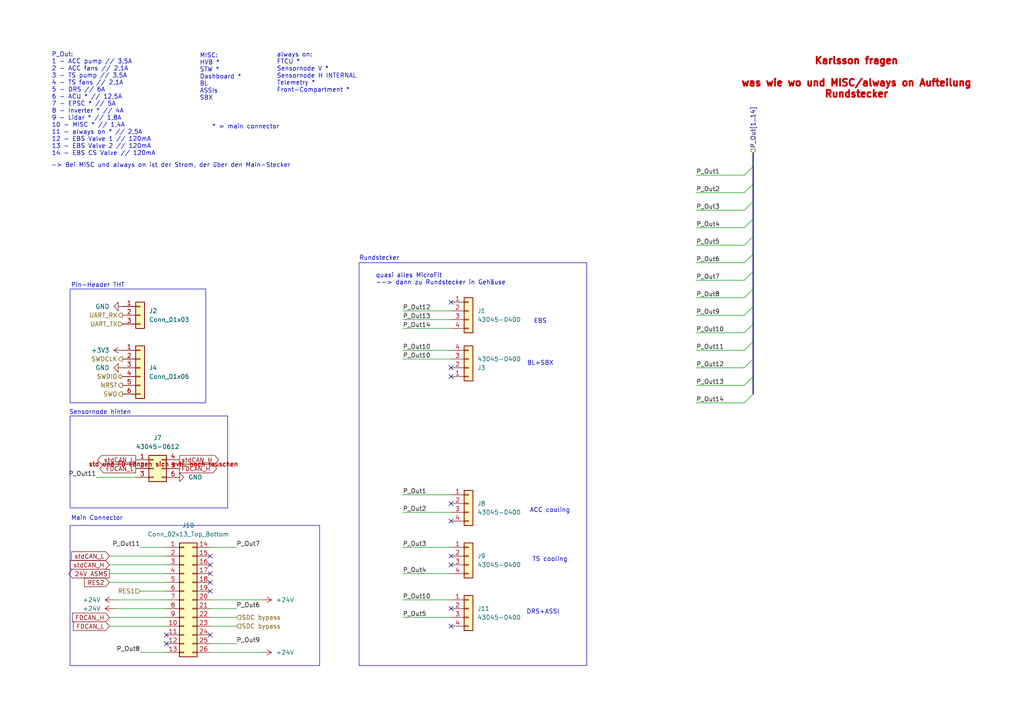
<source format=kicad_sch>
(kicad_sch (version 20231120) (generator "eeschema") (generator_version "8.0")
  (paper "A4")
  (title_block (title "PDU FT25") (date "2024-11-23") (rev "V1.1") (company "Janek Herm") (comment 1 "FaSTTUBe Electronics"))
  (lib_symbols
    (symbol "Connector_Generic:Conn_01x03" (pin_names (offset 1.016) hide)
      (property "Reference" "J" (at 0 5.08 0))
      (property "Value" "Conn_01x03" (at 0 -5.08 0))
      (symbol "Conn_01x03_1_1"
        (rectangle (start -1.27 -2.413) (end 0 -2.667) (stroke (width 0.1524)))
        (rectangle (start -1.27 0.127) (end 0 -0.127) (stroke (width 0.1524)))
        (rectangle (start -1.27 2.667) (end 0 2.413) (stroke (width 0.1524)))
        (rectangle (start -1.27 3.81) (end 1.27 -3.81) (stroke (width 0.254)) (fill (type background)))
        (pin passive line (at -5.08 2.54 0) (length 3.81) (name "Pin_1") (number "1"))
        (pin passive line (at -5.08 0 0) (length 3.81) (name "Pin_2") (number "2"))
        (pin passive line (at -5.08 -2.54 0) (length 3.81) (name "Pin_3") (number "3"))
      )
    )
    (symbol "Connector_Generic:Conn_01x04" (pin_names (offset 1.016) hide)
      (property "Reference" "J" (at 0 5.08 0))
      (property "Value" "Conn_01x04" (at 0 -7.62 0))
      (symbol "Conn_01x04_1_1"
        (rectangle (start -1.27 -4.953) (end 0 -5.207) (stroke (width 0.1524)))
        (rectangle (start -1.27 -2.413) (end 0 -2.667) (stroke (width 0.1524)))
        (rectangle (start -1.27 0.127) (end 0 -0.127) (stroke (width 0.1524)))
        (rectangle (start -1.27 2.667) (end 0 2.413) (stroke (width 0.1524)))
        (rectangle (start -1.27 3.81) (end 1.27 -6.35) (stroke (width 0.254)) (fill (type background)))
        (pin passive line (at -5.08 2.54 0) (length 3.81) (name "Pin_1") (number "1"))
        (pin passive line (at -5.08 0 0) (length 3.81) (name "Pin_2") (number "2"))
        (pin passive line (at -5.08 -2.54 0) (length 3.81) (name "Pin_3") (number "3"))
        (pin passive line (at -5.08 -5.08 0) (length 3.81) (name "Pin_4") (number "4"))
      )
    )
    (symbol "Connector_Generic:Conn_01x06" (pin_names (offset 1.016) hide)
      (property "Reference" "J" (at 0 7.62 0))
      (property "Value" "Conn_01x06" (at 0 -10.16 0))
      (symbol "Conn_01x06_1_1"
        (rectangle (start -1.27 -7.493) (end 0 -7.747) (stroke (width 0.1524)))
        (rectangle (start -1.27 -4.953) (end 0 -5.207) (stroke (width 0.1524)))
        (rectangle (start -1.27 -2.413) (end 0 -2.667) (stroke (width 0.1524)))
        (rectangle (start -1.27 0.127) (end 0 -0.127) (stroke (width 0.1524)))
        (rectangle (start -1.27 2.667) (end 0 2.413) (stroke (width 0.1524)))
        (rectangle (start -1.27 5.207) (end 0 4.953) (stroke (width 0.1524)))
        (rectangle (start -1.27 6.35) (end 1.27 -8.89) (stroke (width 0.254)) (fill (type background)))
        (pin passive line (at -5.08 5.08 0) (length 3.81) (name "Pin_1") (number "1"))
        (pin passive line (at -5.08 2.54 0) (length 3.81) (name "Pin_2") (number "2"))
        (pin passive line (at -5.08 0 0) (length 3.81) (name "Pin_3") (number "3"))
        (pin passive line (at -5.08 -2.54 0) (length 3.81) (name "Pin_4") (number "4"))
        (pin passive line (at -5.08 -5.08 0) (length 3.81) (name "Pin_5") (number "5"))
        (pin passive line (at -5.08 -7.62 0) (length 3.81) (name "Pin_6") (number "6"))
      )
    )
    (symbol "Connector_Generic:Conn_02x03_Top_Bottom" (pin_names (offset 1.016) hide)
      (property "Reference" "J" (at 1.27 5.08 0))
      (property "Value" "Conn_02x03_Top_Bottom" (at 1.27 -5.08 0))
      (symbol "Conn_02x03_Top_Bottom_1_1"
        (rectangle (start -1.27 -2.413) (end 0 -2.667) (stroke (width 0.1524)))
        (rectangle (start -1.27 0.127) (end 0 -0.127) (stroke (width 0.1524)))
        (rectangle (start -1.27 2.667) (end 0 2.413) (stroke (width 0.1524)))
        (rectangle (start -1.27 3.81) (end 3.81 -3.81) (stroke (width 0.254)) (fill (type background)))
        (rectangle (start 3.81 -2.413) (end 2.54 -2.667) (stroke (width 0.1524)))
        (rectangle (start 3.81 0.127) (end 2.54 -0.127) (stroke (width 0.1524)))
        (rectangle (start 3.81 2.667) (end 2.54 2.413) (stroke (width 0.1524)))
        (pin passive line (at -5.08 2.54 0) (length 3.81) (name "Pin_1") (number "1"))
        (pin passive line (at -5.08 0 0) (length 3.81) (name "Pin_2") (number "2"))
        (pin passive line (at -5.08 -2.54 0) (length 3.81) (name "Pin_3") (number "3"))
        (pin passive line (at 7.62 2.54 180) (length 3.81) (name "Pin_4") (number "4"))
        (pin passive line (at 7.62 0 180) (length 3.81) (name "Pin_5") (number "5"))
        (pin passive line (at 7.62 -2.54 180) (length 3.81) (name "Pin_6") (number "6"))
      )
    )
    (symbol "Connector_Generic:Conn_02x13_Top_Bottom" (pin_names (offset 1.016) hide)
      (property "Reference" "J" (at 1.27 17.78 0))
      (property "Value" "Conn_02x13_Top_Bottom" (at 1.27 -17.78 0))
      (symbol "Conn_02x13_Top_Bottom_1_1"
        (rectangle (start -1.27 -15.113) (end 0 -15.367) (stroke (width 0.1524)))
        (rectangle (start -1.27 -12.573) (end 0 -12.827) (stroke (width 0.1524)))
        (rectangle (start -1.27 -10.033) (end 0 -10.287) (stroke (width 0.1524)))
        (rectangle (start -1.27 -7.493) (end 0 -7.747) (stroke (width 0.1524)))
        (rectangle (start -1.27 -4.953) (end 0 -5.207) (stroke (width 0.1524)))
        (rectangle (start -1.27 -2.413) (end 0 -2.667) (stroke (width 0.1524)))
        (rectangle (start -1.27 0.127) (end 0 -0.127) (stroke (width 0.1524)))
        (rectangle (start -1.27 2.667) (end 0 2.413) (stroke (width 0.1524)))
        (rectangle (start -1.27 5.207) (end 0 4.953) (stroke (width 0.1524)))
        (rectangle (start -1.27 7.747) (end 0 7.493) (stroke (width 0.1524)))
        (rectangle (start -1.27 10.287) (end 0 10.033) (stroke (width 0.1524)))
        (rectangle (start -1.27 12.827) (end 0 12.573) (stroke (width 0.1524)))
        (rectangle (start -1.27 15.367) (end 0 15.113) (stroke (width 0.1524)))
        (rectangle (start -1.27 16.51) (end 3.81 -16.51) (stroke (width 0.254)) (fill (type background)))
        (rectangle (start 3.81 -15.113) (end 2.54 -15.367) (stroke (width 0.1524)))
        (rectangle (start 3.81 -12.573) (end 2.54 -12.827) (stroke (width 0.1524)))
        (rectangle (start 3.81 -10.033) (end 2.54 -10.287) (stroke (width 0.1524)))
        (rectangle (start 3.81 -7.493) (end 2.54 -7.747) (stroke (width 0.1524)))
        (rectangle (start 3.81 -4.953) (end 2.54 -5.207) (stroke (width 0.1524)))
        (rectangle (start 3.81 -2.413) (end 2.54 -2.667) (stroke (width 0.1524)))
        (rectangle (start 3.81 0.127) (end 2.54 -0.127) (stroke (width 0.1524)))
        (rectangle (start 3.81 2.667) (end 2.54 2.413) (stroke (width 0.1524)))
        (rectangle (start 3.81 5.207) (end 2.54 4.953) (stroke (width 0.1524)))
        (rectangle (start 3.81 7.747) (end 2.54 7.493) (stroke (width 0.1524)))
        (rectangle (start 3.81 10.287) (end 2.54 10.033) (stroke (width 0.1524)))
        (rectangle (start 3.81 12.827) (end 2.54 12.573) (stroke (width 0.1524)))
        (rectangle (start 3.81 15.367) (end 2.54 15.113) (stroke (width 0.1524)))
        (pin passive line (at -5.08 15.24 0) (length 3.81) (name "Pin_1") (number "1"))
        (pin passive line (at -5.08 -7.62 0) (length 3.81) (name "Pin_10") (number "10"))
        (pin passive line (at -5.08 -10.16 0) (length 3.81) (name "Pin_11") (number "11"))
        (pin passive line (at -5.08 -12.7 0) (length 3.81) (name "Pin_12") (number "12"))
        (pin passive line (at -5.08 -15.24 0) (length 3.81) (name "Pin_13") (number "13"))
        (pin passive line (at 7.62 15.24 180) (length 3.81) (name "Pin_14") (number "14"))
        (pin passive line (at 7.62 12.7 180) (length 3.81) (name "Pin_15") (number "15"))
        (pin passive line (at 7.62 10.16 180) (length 3.81) (name "Pin_16") (number "16"))
        (pin passive line (at 7.62 7.62 180) (length 3.81) (name "Pin_17") (number "17"))
        (pin passive line (at 7.62 5.08 180) (length 3.81) (name "Pin_18") (number "18"))
        (pin passive line (at 7.62 2.54 180) (length 3.81) (name "Pin_19") (number "19"))
        (pin passive line (at -5.08 12.7 0) (length 3.81) (name "Pin_2") (number "2"))
        (pin passive line (at 7.62 0 180) (length 3.81) (name "Pin_20") (number "20"))
        (pin passive line (at 7.62 -2.54 180) (length 3.81) (name "Pin_21") (number "21"))
        (pin passive line (at 7.62 -5.08 180) (length 3.81) (name "Pin_22") (number "22"))
        (pin passive line (at 7.62 -7.62 180) (length 3.81) (name "Pin_23") (number "23"))
        (pin passive line (at 7.62 -10.16 180) (length 3.81) (name "Pin_24") (number "24"))
        (pin passive line (at 7.62 -12.7 180) (length 3.81) (name "Pin_25") (number "25"))
        (pin passive line (at 7.62 -15.24 180) (length 3.81) (name "Pin_26") (number "26"))
        (pin passive line (at -5.08 10.16 0) (length 3.81) (name "Pin_3") (number "3"))
        (pin passive line (at -5.08 7.62 0) (length 3.81) (name "Pin_4") (number "4"))
        (pin passive line (at -5.08 5.08 0) (length 3.81) (name "Pin_5") (number "5"))
        (pin passive line (at -5.08 2.54 0) (length 3.81) (name "Pin_6") (number "6"))
        (pin passive line (at -5.08 0 0) (length 3.81) (name "Pin_7") (number "7"))
        (pin passive line (at -5.08 -2.54 0) (length 3.81) (name "Pin_8") (number "8"))
        (pin passive line (at -5.08 -5.08 0) (length 3.81) (name "Pin_9") (number "9"))
      )
    )
    (symbol "power:+24V" (power) (pin_numbers hide) (pin_names (offset 0) hide)
      (property "Value" "+24V" (at 0 3.556 0))
      (symbol "+24V_0_1"
        (polyline (pts (xy -0.762 1.27) (xy 0 2.54)))
        (polyline (pts (xy 0 0) (xy 0 2.54)))
        (polyline (pts (xy 0 2.54) (xy 0.762 1.27)))
      )
      (symbol "+24V_1_1"
        (pin power_in line (at 0 0 90) (length 0) (name "~") (number "1"))
      )
    )
    (symbol "power:+3.3V" (power) (pin_numbers hide) (pin_names (offset 0) hide)
      (property "Value" "+3.3V" (at 0 3.556 0))
      (symbol "+3.3V_0_1"
        (polyline (pts (xy -0.762 1.27) (xy 0 2.54)))
        (polyline (pts (xy 0 0) (xy 0 2.54)))
        (polyline (pts (xy 0 2.54) (xy 0.762 1.27)))
      )
      (symbol "+3.3V_1_1"
        (pin power_in line (at 0 0 90) (length 0) (name "~") (number "1"))
      )
    )
    (symbol "power:GND" (power) (pin_numbers hide) (pin_names (offset 0) hide)
      (property "Value" "GND" (at 0 -3.81 0))
      (symbol "GND_0_1"
        (polyline (pts (xy 0 0) (xy 0 -1.27) (xy 1.27 -1.27) (xy 0 -2.54) (xy -1.27 -1.27) (xy 0 -1.27)))
      )
      (symbol "GND_1_1"
        (pin power_in line (at 0 0 270) (length 0) (name "~") (number "1"))
      )
    )
  )
  (no_connect (at 130.81 161.29))
  (no_connect (at 60.96 184.15))
  (no_connect (at 60.96 161.29))
  (no_connect (at 130.81 87.63))
  (no_connect (at 130.81 146.05))
  (no_connect (at 60.96 163.83))
  (no_connect (at 60.96 168.91))
  (no_connect (at 60.96 171.45))
  (no_connect (at 130.81 151.13))
  (no_connect (at 130.81 163.83))
  (no_connect (at 130.81 176.53))
  (no_connect (at 48.26 186.69))
  (no_connect (at 130.81 106.68))
  (no_connect (at 130.81 181.61))
  (no_connect (at 48.26 184.15))
  (no_connect (at 60.96 166.37))
  (no_connect (at 130.81 109.22))
  (bus_entry (at 215.9 66.04) (size 2.54 -2.54))
  (bus_entry (at 215.9 55.88) (size 2.54 -2.54))
  (bus_entry (at 215.9 116.84) (size 2.54 -2.54))
  (bus_entry (at 215.9 86.36) (size 2.54 -2.54))
  (bus_entry (at 215.9 91.44) (size 2.54 -2.54))
  (bus_entry (at 215.9 76.2) (size 2.54 -2.54))
  (bus_entry (at 215.9 50.8) (size 2.54 -2.54))
  (bus_entry (at 215.9 71.12) (size 2.54 -2.54))
  (bus_entry (at 215.9 96.52) (size 2.54 -2.54))
  (bus_entry (at 215.9 106.68) (size 2.54 -2.54))
  (bus_entry (at 215.9 60.96) (size 2.54 -2.54))
  (bus_entry (at 215.9 101.6) (size 2.54 -2.54))
  (bus_entry (at 215.9 111.76) (size 2.54 -2.54))
  (bus_entry (at 215.9 81.28) (size 2.54 -2.54))
  (wire (pts (xy 201.93 106.68) (xy 215.9 106.68)))
  (wire (pts (xy 116.84 148.59) (xy 130.81 148.59)))
  (bus (pts (xy 218.44 99.06) (xy 218.44 104.14)))
  (bus (pts (xy 218.44 78.74) (xy 218.44 83.82)))
  (wire (pts (xy 116.84 92.71) (xy 130.81 92.71)))
  (wire (pts (xy 201.93 111.76) (xy 215.9 111.76)))
  (wire (pts (xy 76.2 189.23) (xy 60.96 189.23)))
  (wire (pts (xy 116.84 95.25) (xy 130.81 95.25)))
  (bus (pts (xy 218.44 83.82) (xy 218.44 88.9)))
  (wire (pts (xy 116.84 166.37) (xy 130.81 166.37)))
  (wire (pts (xy 201.93 91.44) (xy 215.9 91.44)))
  (wire (pts (xy 31.75 161.29) (xy 48.26 161.29)))
  (wire (pts (xy 48.26 168.91) (xy 31.75 168.91)))
  (wire (pts (xy 201.93 116.84) (xy 215.9 116.84)))
  (bus (pts (xy 218.44 104.14) (xy 218.44 109.22)))
  (wire (pts (xy 48.26 158.75) (xy 40.64 158.75)))
  (wire (pts (xy 201.93 86.36) (xy 215.9 86.36)))
  (bus (pts (xy 218.44 73.66) (xy 218.44 78.74)))
  (wire (pts (xy 201.93 96.52) (xy 215.9 96.52)))
  (wire (pts (xy 201.93 76.2) (xy 215.9 76.2)))
  (wire (pts (xy 201.93 71.12) (xy 215.9 71.12)))
  (wire (pts (xy 76.2 173.99) (xy 60.96 173.99)))
  (bus (pts (xy 218.44 58.42) (xy 218.44 63.5)))
  (wire (pts (xy 201.93 55.88) (xy 215.9 55.88)))
  (wire (pts (xy 201.93 81.28) (xy 215.9 81.28)))
  (bus (pts (xy 218.44 93.98) (xy 218.44 99.06)))
  (bus (pts (xy 218.44 68.58) (xy 218.44 73.66)))
  (wire (pts (xy 60.96 181.61) (xy 68.58 181.61)))
  (wire (pts (xy 116.84 143.51) (xy 130.81 143.51)))
  (wire (pts (xy 201.93 66.04) (xy 215.9 66.04)))
  (wire (pts (xy 116.84 173.99) (xy 130.81 173.99)))
  (wire (pts (xy 33.02 173.99) (xy 48.26 173.99)))
  (wire (pts (xy 48.26 189.23) (xy 40.64 189.23)))
  (bus (pts (xy 218.44 44.45) (xy 218.44 48.26)))
  (bus (pts (xy 218.44 109.22) (xy 218.44 114.3)))
  (bus (pts (xy 218.44 48.26) (xy 218.44 53.34)))
  (wire (pts (xy 201.93 60.96) (xy 215.9 60.96)))
  (wire (pts (xy 130.81 104.14) (xy 116.84 104.14)))
  (wire (pts (xy 60.96 158.75) (xy 68.58 158.75)))
  (bus (pts (xy 218.44 53.34) (xy 218.44 58.42)))
  (wire (pts (xy 27.94 138.43) (xy 39.37 138.43)))
  (wire (pts (xy 31.75 166.37) (xy 48.26 166.37)))
  (wire (pts (xy 31.75 163.83) (xy 48.26 163.83)))
  (wire (pts (xy 60.96 176.53) (xy 68.58 176.53)))
  (bus (pts (xy 218.44 63.5) (xy 218.44 68.58)))
  (wire (pts (xy 201.93 101.6) (xy 215.9 101.6)))
  (wire (pts (xy 33.02 176.53) (xy 48.26 176.53)))
  (wire (pts (xy 60.96 186.69) (xy 68.58 186.69)))
  (wire (pts (xy 31.75 181.61) (xy 48.26 181.61)))
  (wire (pts (xy 60.96 179.07) (xy 68.58 179.07)))
  (wire (pts (xy 116.84 101.6) (xy 130.81 101.6)))
  (bus (pts (xy 218.44 88.9) (xy 218.44 93.98)))
  (wire (pts (xy 116.84 179.07) (xy 130.81 179.07)))
  (wire (pts (xy 201.93 50.8) (xy 215.9 50.8)))
  (wire (pts (xy 48.26 171.45) (xy 40.64 171.45)))
  (wire (pts (xy 116.84 90.17) (xy 130.81 90.17)))
  (wire (pts (xy 116.84 158.75) (xy 130.81 158.75)))
  (wire (pts (xy 31.75 179.07) (xy 48.26 179.07)))
  (wire (pts (xy 50.8 138.43) (xy 52.07 138.43)))
  (rectangle (start 20.32 83.82) (end 59.69 116.84))
  (rectangle (start 104.14 76.2) (end 170.18 193.04))
  (rectangle (start 20.32 152.4) (end 92.71 193.04))
  (rectangle (start 20.32 120.65) (end 66.04 147.32))
  (text "* = main connector" (at 61.468 36.83 0) (effects (font (size 1.27 1.27)) (justify left)))
  (text "DRS+ASSI" (at 157.48 177.546 0) (effects (font (size 1.27 1.27))))
  (text "Pin-Header THT" (at 20.574 82.804 0) (effects (font (size 1.27 1.27)) (justify left)))
  (text "quasi alles MicroFit\n--> dann zu Rundstecker in Gehäuse" (at 108.966 81.026 0) (effects (font (size 1.27 1.27) (thickness 0.1588)) (justify left)))
  (text "Sensornode hinten" (at 20.066 119.634 0) (effects (font (size 1.27 1.27)) (justify left)))
  (text "Rundstecker" (at 104.14 74.93 0) (effects (font (size 1.27 1.27)) (justify left)))
  (text "Karlsson fragen\n\nwas wie wo und MISC/always on Aufteilung\nRundstecker" (at 248.412 22.606 0) (effects (font (size 2 2) (thickness 0.7) (bold yes))))
  (text "Main Connector" (at 20.574 150.368 0) (effects (font (size 1.27 1.27)) (justify left)))
  (text "EBS" (at 156.718 93.218 0) (effects (font (size 1.27 1.27))))
  (text "MISC:\nHVB *\nSTW *\nDashboard *\nBL\nASSIs\nSBX" (at 57.912 22.352 0) (effects (font (size 1.27 1.27)) (justify left)))
  (text "-> Bei MISC und always on ist der Strom, der über den Main-Stecker" (at 49.53 48.006 0) (effects (font (size 1.27 1.27))))
  (text "TS cooling" (at 159.512 162.306 0) (effects (font (size 1.27 1.27))))
  (text "std und FD können sich evtl. noch tauschen" (at 25.654 134.874 0) (effects (font (size 1.27 1.27) (thickness 0.254) (bold yes)) (justify left)))
  (text "P_Out:\n1 - ACC pump // 3,5A\n2 - ACC fans // 2,1A\n3 - TS pump // 3,5A\n4 - TS fans // 2,1A\n5 - DRS // 6A\n6 - ACU * // 12,5A\n7 - EPSC * // 5A\n8 - Inverter * // 4A\n9 - Lidar * // 1,8A\n10 - MISC * // 1,4A\n11 - always on * // 2,5A\n12 - EBS Valve 1 // 120mA\n13 - EBS Valve 2 // 120mA\n14 - EBS CS Valve // 120mA" (at 14.986 30.226 0) (effects (font (size 1.27 1.27)) (justify left)))
  (text "BL+SBX" (at 156.718 105.41 0) (effects (font (size 1.27 1.27))))
  (text "ACC cooling" (at 159.512 148.082 0) (effects (font (size 1.27 1.27))))
  (text "always on:\nFTCU *\nSensornode V *\nSensornode H INTERNAL\nTelemetry * \nFront-Compartment *" (at 80.264 21.082 0) (effects (font (size 1.27 1.27)) (justify left)))
  (label "P_Out10" (at 201.93 96.52 0))
  (label "P_Out7" (at 68.58 158.75 0))
  (label "P_Out3" (at 201.93 60.96 0))
  (label "P_Out1" (at 201.93 50.8 0))
  (label "P_Out8" (at 201.93 86.36 0))
  (label "P_Out13" (at 201.93 111.76 0))
  (label "P_Out5" (at 116.84 179.07 0))
  (label "P_Out1" (at 116.84 143.51 0))
  (label "P_Out9" (at 201.93 91.44 0))
  (label "P_Out10" (at 116.84 101.6 0))
  (label "P_Out11" (at 201.93 101.6 0))
  (label "P_Out5" (at 201.93 71.12 0))
  (label "P_Out9" (at 68.58 186.69 0))
  (label "P_Out12" (at 201.93 106.68 0))
  (label "P_Out2" (at 201.93 55.88 0))
  (label "P_Out12" (at 116.84 90.17 0))
  (label "P_Out11" (at 27.94 138.43 180))
  (label "P_Out8" (at 40.64 189.23 180))
  (label "P_Out11" (at 40.64 158.75 180))
  (label "P_Out14" (at 116.84 95.25 0))
  (label "P_Out4" (at 116.84 166.37 0))
  (label "P_Out6" (at 68.58 176.53 0))
  (label "P_Out7" (at 201.93 81.28 0))
  (label "P_Out2" (at 116.84 148.59 0))
  (label "P_Out10" (at 116.84 104.14 0))
  (label "P_Out10" (at 116.84 173.99 0))
  (label "P_Out3" (at 116.84 158.75 0))
  (label "P_Out13" (at 116.84 92.71 0))
  (label "P_Out14" (at 201.93 116.84 0))
  (label "P_Out4" (at 201.93 66.04 0))
  (label "P_Out6" (at 201.93 76.2 0))
  (global_label "stdCAN_H" (shape output) (at 52.07 133.35 0) (property "Intersheetrefs" "${INTERSHEET_REFS}" (effects (hide yes))))
  (global_label "FDCAN_H" (shape output) (at 52.07 135.89 0) (property "Intersheetrefs" "${INTERSHEET_REFS}" (effects (hide yes))))
  (global_label "stdCAN_L" (shape input) (at 31.75 161.29 180) (property "Intersheetrefs" "${INTERSHEET_REFS}" (effects (hide yes))))
  (global_label "FDCAN_L" (shape output) (at 39.37 135.89 180) (property "Intersheetrefs" "${INTERSHEET_REFS}" (effects (hide yes))))
  (global_label "FDCAN_L" (shape input) (at 31.75 181.61 180) (property "Intersheetrefs" "${INTERSHEET_REFS}" (effects (hide yes))))
  (global_label "stdCAN_H" (shape input) (at 31.75 163.83 180) (property "Intersheetrefs" "${INTERSHEET_REFS}" (effects (hide yes))))
  (global_label "24V ASMS" (shape output) (at 31.75 166.37 180) (property "Intersheetrefs" "${INTERSHEET_REFS}" (effects (hide yes))))
  (global_label "stdCAN_L" (shape output) (at 39.37 133.35 180) (property "Intersheetrefs" "${INTERSHEET_REFS}" (effects (hide yes))))
  (global_label "FDCAN_H" (shape input) (at 31.75 179.07 180) (property "Intersheetrefs" "${INTERSHEET_REFS}" (effects (hide yes))))
  (global_label "RES2" (shape input) (at 31.75 168.91 180) (property "Intersheetrefs" "${INTERSHEET_REFS}" (effects (hide yes))))
  (hierarchical_label "P_Out[1..14]" (shape input) (at 218.44 44.45 90) (effects (font (thickness 0.1588))))
  (hierarchical_label "SWDIO" (shape bidirectional) (at 35.56 109.22 180) (effects (font (thickness 0.1588))))
  (hierarchical_label "SWO" (shape output) (at 35.56 114.3 180))
  (hierarchical_label "RES1" (shape input) (at 40.64 171.45 180))
  (hierarchical_label "UART_TX" (shape input) (at 35.56 93.98 180))
  (hierarchical_label "SDC bypass" (shape input) (at 68.58 179.07 0))
  (hierarchical_label "NRST" (shape output) (at 35.56 111.76 180) (effects (font (thickness 0.1588))))
  (hierarchical_label "SWDCLK" (shape output) (at 35.56 104.14 180))
  (hierarchical_label "UART_RX" (shape output) (at 35.56 91.44 180))
  (hierarchical_label "SDC bypass" (shape input) (at 68.58 181.61 0))
  (symbol (lib_id "Connector_Generic:Conn_01x04") (at 135.89 90.17 0) (unit 1)
    (property "Reference" "J1" (at 138.43 90.1699 0) (effects (justify left)))
    (property "Value" "43045-0400" (at 138.43 92.7099 0) (effects (justify left)))
    (property "Footprint" "43045-0400:43045-04_00,01,02,10_" (effects (hide yes)))
    (property "Description" "Generic connector, single row, 01x04, script generated (kicad-library-utils/schlib/autogen/connector/)" (effects (hide yes)))
  )
  (symbol (lib_id "power:+3.3V") (at 35.56 101.6 90) (unit 1)
    (property "Reference" "#PWR035" (effects (hide yes)))
    (property "Value" "+3V3" (at 31.75 101.5999 90) (effects (justify left)))
    (property "Description" "Power symbol creates a global label with name \"+3.3V\"" (effects (hide yes)))
  )
  (symbol (lib_id "power:+24V") (at 33.02 173.99 90) (mirror x) (unit 1)
    (property "Reference" "#PWR0196" (effects (hide yes)))
    (property "Value" "+24V" (at 29.21 173.9901 90) (effects (justify left)))
    (property "Description" "Power symbol creates a global label with name \"+24V\"" (effects (hide yes)))
  )
  (symbol (lib_id "Connector_Generic:Conn_01x04") (at 135.89 146.05 0) (unit 1)
    (property "Reference" "J8" (at 138.43 146.0499 0) (effects (justify left)))
    (property "Value" "43045-0400" (at 138.43 148.5899 0) (effects (justify left)))
    (property "Footprint" "43045-0400:43045-04_00,01,02,10_" (effects (hide yes)))
    (property "Description" "Generic connector, single row, 01x04, script generated (kicad-library-utils/schlib/autogen/connector/)" (effects (hide yes)))
  )
  (symbol (lib_id "power:GND") (at 35.56 88.9 270) (unit 1)
    (property "Reference" "#PWR034" (effects (hide yes)))
    (property "Value" "GND" (at 31.75 88.8999 90) (effects (justify right)))
    (property "Description" "Power symbol creates a global label with name \"GND\" , ground" (effects (hide yes)))
  )
  (symbol (lib_id "Connector_Generic:Conn_01x04") (at 135.89 106.68 0) (mirror x) (unit 1)
    (property "Reference" "J3" (at 138.43 106.6801 0) (effects (justify left)))
    (property "Value" "43045-0400" (at 138.43 104.1401 0) (effects (justify left)))
    (property "Footprint" "43045-0400:43045-04_00,01,02,10_" (effects (hide yes)))
    (property "Description" "Generic connector, single row, 01x04, script generated (kicad-library-utils/schlib/autogen/connector/)" (effects (hide yes)))
  )
  (symbol (lib_id "Connector_Generic:Conn_01x06") (at 40.64 106.68 0) (unit 1)
    (property "Reference" "J4" (at 43.18 106.6799 0) (effects (justify left)))
    (property "Value" "Conn_01x06" (at 43.18 109.2199 0) (effects (justify left)))
    (property "Footprint" "Connector_PinHeader_2.54mm:PinHeader_1x06_P2.54mm_Vertical" (effects (hide yes)))
    (property "Description" "Generic connector, single row, 01x06, script generated (kicad-library-utils/schlib/autogen/connector/)" (effects (hide yes)))
  )
  (symbol (lib_id "power:+24V") (at 76.2 189.23 270) (unit 1)
    (property "Reference" "#PWR044" (effects (hide yes)))
    (property "Value" "+24V" (at 80.01 189.2301 90) (effects (justify left)))
    (property "Description" "Power symbol creates a global label with name \"+24V\"" (effects (hide yes)))
  )
  (symbol (lib_id "Connector_Generic:Conn_01x04") (at 135.89 176.53 0) (unit 1)
    (property "Reference" "J11" (at 138.43 176.5299 0) (effects (justify left)))
    (property "Value" "43045-0400" (at 138.43 179.0699 0) (effects (justify left)))
    (property "Footprint" "43045-0400:43045-04_00,01,02,10_" (effects (hide yes)))
    (property "Description" "Generic connector, single row, 01x04, script generated (kicad-library-utils/schlib/autogen/connector/)" (effects (hide yes)))
  )
  (symbol (lib_id "power:+24V") (at 33.02 176.53 90) (mirror x) (unit 1)
    (property "Reference" "#PWR0156" (effects (hide yes)))
    (property "Value" "+24V" (at 29.21 176.5301 90) (effects (justify left)))
    (property "Description" "Power symbol creates a global label with name \"+24V\"" (effects (hide yes)))
  )
  (symbol (lib_id "Connector_Generic:Conn_02x13_Top_Bottom") (at 53.34 173.99 0) (unit 1)
    (property "Reference" "J10" (at 54.61 152.4 0))
    (property "Value" "Conn_02x13_Top_Bottom" (at 54.61 154.94 0))
    (property "Footprint" "6437288-4:64372884" (effects (hide yes)))
    (property "Description" "Generic connector, double row, 02x13, top/bottom pin numbering scheme (row 1: 1...pins_per_row, row2: pins_per_row+1 ... num_pins), script generated (kicad-library-utils/schlib/autogen/connector/)" (effects (hide yes)))
  )
  (symbol (lib_id "Connector_Generic:Conn_01x04") (at 135.89 161.29 0) (unit 1)
    (property "Reference" "J9" (at 138.43 161.2899 0) (effects (justify left)))
    (property "Value" "43045-0400" (at 138.43 163.8299 0) (effects (justify left)))
    (property "Footprint" "43045-0400:43045-04_00,01,02,10_" (effects (hide yes)))
    (property "Description" "Generic connector, single row, 01x04, script generated (kicad-library-utils/schlib/autogen/connector/)" (effects (hide yes)))
  )
  (symbol (lib_id "power:+24V") (at 76.2 173.99 270) (unit 1)
    (property "Reference" "#PWR0206" (effects (hide yes)))
    (property "Value" "+24V" (at 80.01 173.9901 90) (effects (justify left)))
    (property "Description" "Power symbol creates a global label with name \"+24V\"" (effects (hide yes)))
  )
  (symbol (lib_id "Connector_Generic:Conn_02x03_Top_Bottom") (at 44.45 135.89 0) (unit 1)
    (property "Reference" "J7" (at 45.72 127 0))
    (property "Value" "43045-0612" (at 45.72 129.54 0))
    (property "Footprint" "Connector_Molex:Molex_Micro-Fit_3.0_43045-0612_2x03_P3.00mm_Vertical" (effects (hide yes)))
    (property "Description" "Generic connector, double row, 02x03, top/bottom pin numbering scheme (row 1: 1...pins_per_row, row2: pins_per_row+1 ... num_pins), script generated (kicad-library-utils/schlib/autogen/connector/)" (effects (hide yes)))
  )
  (symbol (lib_id "power:GND") (at 50.8 138.43 90) (unit 1)
    (property "Reference" "#PWR040" (effects (hide yes)))
    (property "Value" "GND" (at 54.61 138.4299 90) (effects (justify right)))
    (property "Description" "Power symbol creates a global label with name \"GND\" , ground" (effects (hide yes)))
  )
  (symbol (lib_id "Connector_Generic:Conn_01x03") (at 40.64 91.44 0) (unit 1)
    (property "Reference" "J2" (at 43.18 90.1699 0) (effects (justify left)))
    (property "Value" "Conn_01x03" (at 43.18 92.7099 0) (effects (justify left)))
    (property "Footprint" "Connector_PinHeader_2.54mm:PinHeader_1x03_P2.54mm_Vertical" (effects (hide yes)))
    (property "Description" "Generic connector, single row, 01x03, script generated (kicad-library-utils/schlib/autogen/connector/)" (effects (hide yes)))
  )
  (symbol (lib_id "power:GND") (at 35.56 106.68 270) (unit 1)
    (property "Reference" "#PWR037" (effects (hide yes)))
    (property "Value" "GND" (at 31.75 106.6799 90) (effects (justify right)))
    (property "Description" "Power symbol creates a global label with name \"GND\" , ground" (effects (hide yes)))
  )
)
</source>
